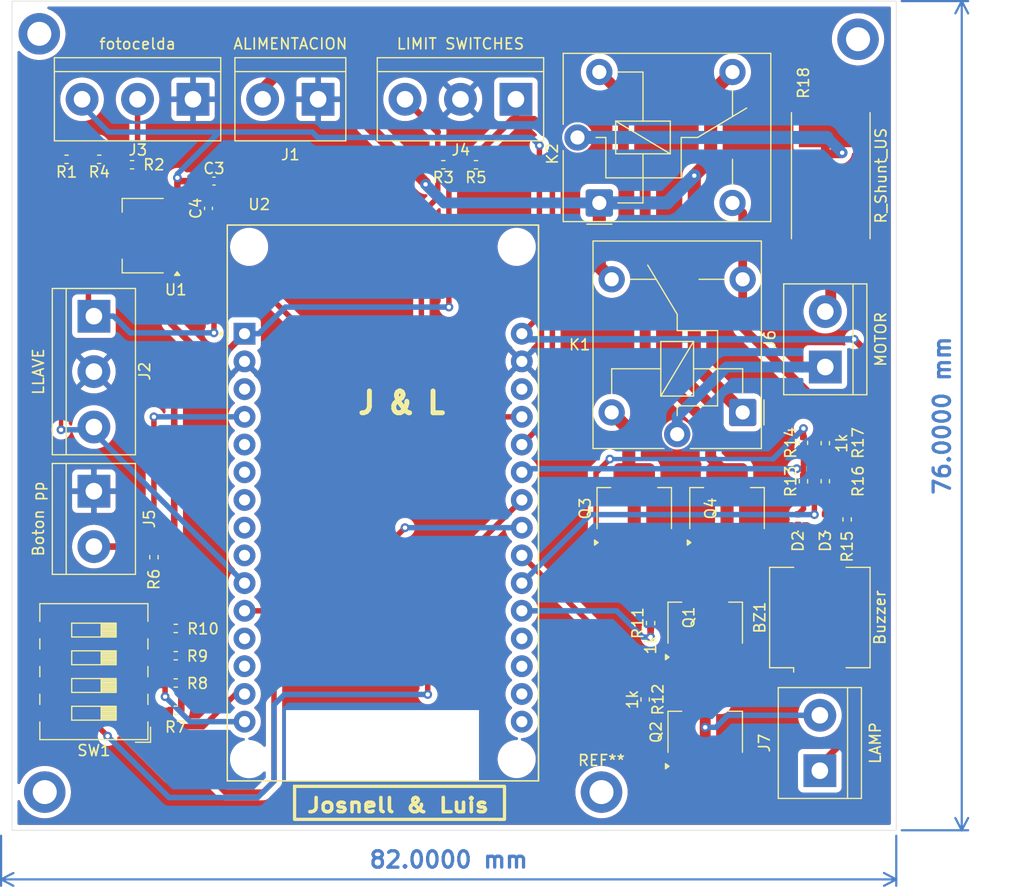
<source format=kicad_pcb>
(kicad_pcb (version 20240108) (generator "pcbnew") (generator_version "8.0")
  (layers (0 "F.Cu" signal) (31 "B.Cu" signal) (34 "B.Paste" user) (35 "F.Paste" user) (36 "B.SilkS" user "B.Silkscreen") (37 "F.SilkS" user "F.Silkscreen") (38 "B.Mask" user) (39 "F.Mask" user) (44 "Edge.Cuts" user))
  (net 0 "")
  (net 1 "+5V")
  (net 2 "Net-(BZ1--)")
  (net 3 "+12V")
  (net 4 "GND")
  (net 5 "Net-(D2-A)")
  (net 6 "Net-(D3-A)")
  (net 7 "llave B")
  (net 8 "llave A")
  (net 9 "Fotocelda")
  (net 10 "LSC")
  (net 11 "LSA")
  (net 12 "pv")
  (net 13 "MO1")
  (net 14 "Net-(J6-Pin_2)")
  (net 15 "Net-(J7-Pin_2)")
  (net 16 "Net-(Q3-C)")
  (net 17 "Net-(K1-Pad14)")
  (net 18 "MO2")
  (net 19 "Net-(Q4-C)")
  (net 20 "Net-(Q1-B)")
  (net 21 "Net-(Q2-B)")
  (net 22 "Net-(Q3-B)")
  (net 23 "Net-(Q4-B)")
  (net 24 "+3.3V")
  (net 25 "Net-(U2-D22)")
  (net 26 "Net-(U2-D23)")
  (net 27 "Net-(U2-D25)")
  (net 28 "Net-(U2-D26)")
  (net 29 "BUZZER")
  (net 30 "LAMP")
  (net 31 "MA")
  (net 32 "MC")
  (net 34 "FTC")
  (footprint "Package_TO_SOT_SMD:SOT-223-3_TabPin2" (layer "F.Cu") (at 158 118.5 90)
    (property "Reference" "Q2" (at 0 -4.5 -90) (layer "F.SilkS"))
    (property "Value" "PZT2222A" (hide yes))
    (pad "1" smd roundrect (at -3.15 -2.3 90) (size 2 1.5) (layers "F.Cu" "F.Paste" "F.Mask") (net 21 "Net-(Q2-B)"))
    (pad "2" smd roundrect (at -3.15 0 90) (size 2 1.5) (layers "F.Cu" "F.Paste" "F.Mask") (net 15 "Net-(J7-Pin_2)"))
    (pad "2" smd roundrect (at 3.15 0 90) (size 2 3.8) (layers "F.Cu" "F.Paste" "F.Mask") (net 15 "Net-(J7-Pin_2)"))
    (pad "3" smd roundrect (at -3.15 2.3 90) (size 2 1.5) (layers "F.Cu" "F.Paste" "F.Mask") (net 4 "GND"))
  )
  (footprint "Resistor_SMD:R_0402_1005Metric" (layer "F.Cu") (at 109.5 111.5 180)
    (property "Reference" "R9" (at -1.99 -0.04 180) (layer "F.SilkS"))
    (property "Value" "1k")
    (pad "1" smd roundrect (at -0.51 0 180) (size 0.54 0.64) (layers "F.Cu" "F.Paste" "F.Mask") (net 24 "+3.3V"))
    (pad "2" smd roundrect (at 0.51 0 180) (size 0.54 0.64) (layers "F.Cu" "F.Paste" "F.Mask") (net 27 "Net-(U2-D25)"))
  )
  (footprint "MountingHole:MountingHole_2.2mm_M2_DIN965_Pad" (layer "F.Cu") (at 97 54.5)
    (property "Reference" "REF**" (hide yes))
    (property "Value" "MountingHole_2.2mm_M2_DIN965_Pad" (hide yes))
    (pad "1" thru_hole circle (at 0 0) (size 3.8 3.8) (drill 2.2) (layers "*.Cu" "*.Mask"))
  )
  (footprint "TerminalBlock:TerminalBlock_bornier-3_P5.08mm" (layer "F.Cu") (at 140.66 60.5 180)
    (property "Reference" "J4" (at 5.05 -4.65 180) (layer "F.SilkS"))
    (property "Value" "LIMIT SWITCHES" (at 5.08 5.08 180) (layer "F.SilkS"))
    (pad "1" thru_hole rect (at 0 0 180) (size 3 3) (drill 1.52) (layers "*.Cu" "*.Mask") (net 10 "LSC"))
    (pad "2" thru_hole circle (at 5.08 0 180) (size 3 3) (drill 1.52) (layers "*.Cu" "*.Mask") (net 4 "GND"))
    (pad "3" thru_hole circle (at 10.16 0 180) (size 3 3) (drill 1.52) (layers "*.Cu" "*.Mask") (net 11 "LSA"))
  )
  (footprint "Capacitor_SMD:C_0402_1005Metric" (layer "F.Cu") (at 113 68)
    (property "Reference" "C3" (at 0 -1.16 0) (layer "F.SilkS"))
    (property "Value" "0.1uf")
    (pad "1" smd roundrect (at -0.48 0) (size 0.56 0.62) (layers "F.Cu" "F.Paste" "F.Mask") (net 1 "+5V"))
    (pad "2" smd roundrect (at 0.48 0) (size 0.56 0.62) (layers "F.Cu" "F.Paste" "F.Mask") (net 4 "GND"))
  )
  (footprint "TerminalBlock:TerminalBlock_bornier-2_P5.08mm" (layer "F.Cu") (at 102 96.42 -90)
    (property "Reference" "J5" (at 2.54 -5.08 90) (layer "F.SilkS"))
    (property "Value" "Boton pp" (at 2.54 5.08 90) (layer "F.SilkS"))
    (pad "1" thru_hole rect (at 0 0 270) (size 3 3) (drill 1.52) (layers "*.Cu" "*.Mask") (net 4 "GND"))
    (pad "2" thru_hole circle (at 5.08 0 270) (size 3 3) (drill 1.52) (layers "*.Cu" "*.Mask") (net 12 "pv"))
  )
  (footprint "Resistor_SMD:R_0402_1005Metric" (layer "F.Cu") (at 171 99.01 90)
    (property "Reference" "R15" (at -2.49 0 -90) (layer "F.SilkS"))
    (property "Value" "220")
    (pad "1" smd roundrect (at -0.51 0 90) (size 0.54 0.64) (layers "F.Cu" "F.Paste" "F.Mask") (net 4 "GND"))
    (pad "2" smd roundrect (at 0.51 0 90) (size 0.54 0.64) (layers "F.Cu" "F.Paste" "F.Mask") (net 17 "Net-(K1-Pad14)"))
  )
  (footprint "TerminalBlock:TerminalBlock_bornier-3_P5.08mm" (layer "F.Cu") (at 111.08 60.5 180)
    (property "Reference" "J3" (at 5.05 -4.65 180) (layer "F.SilkS"))
    (property "Value" "fotocelda" (at 5.08 5.08 180) (layer "F.SilkS"))
    (pad "1" thru_hole rect (at 0 0 180) (size 3 3) (drill 1.52) (layers "*.Cu" "*.Mask") (net 4 "GND"))
    (pad "2" thru_hole circle (at 5.08 0 180) (size 3 3) (drill 1.52) (layers "*.Cu" "*.Mask") (net 9 "Fotocelda"))
    (pad "3" thru_hole circle (at 10.16 0 180) (size 3 3) (drill 1.52) (layers "*.Cu" "*.Mask") (net 1 "+5V"))
  )
  (footprint "Resistor_SMD:R_0402_1005Metric" (layer "F.Cu") (at 109.5 109 180)
    (property "Reference" "R10" (at -2.5 -0.04 180) (layer "F.SilkS"))
    (property "Value" "1k")
    (pad "1" smd roundrect (at -0.51 0 180) (size 0.54 0.64) (layers "F.Cu" "F.Paste" "F.Mask") (net 24 "+3.3V"))
    (pad "2" smd roundrect (at 0.51 0 180) (size 0.54 0.64) (layers "F.Cu" "F.Paste" "F.Mask") (net 28 "Net-(U2-D26)"))
  )
  (footprint "TerminalBlock:TerminalBlock_bornier-2_P5.08mm" (layer "F.Cu") (at 122.54 60.5 180)
    (property "Reference" "J1" (at 2.54 -5.08 180) (layer "F.SilkS"))
    (property "Value" "ALIMENTACION" (at 2.54 5.08 180) (layer "F.SilkS"))
    (pad "1" thru_hole rect (at 0 0 180) (size 3 3) (drill 1.52) (layers "*.Cu" "*.Mask") (net 4 "GND"))
    (pad "2" thru_hole circle (at 5.08 0 180) (size 3 3) (drill 1.52) (layers "*.Cu" "*.Mask") (net 3 "+12V"))
  )
  (footprint "Resistor_SMD:R_0402_1005Metric" (layer "F.Cu") (at 134.01 66.5 180)
    (property "Reference" "R3" (at 0 -1.17 180) (layer "F.SilkS"))
    (property "Value" "1k")
    (pad "1" smd roundrect (at -0.51 0 180) (size 0.54 0.64) (layers "F.Cu" "F.Paste" "F.Mask") (net 24 "+3.3V"))
    (pad "2" smd roundrect (at 0.51 0 180) (size 0.54 0.64) (layers "F.Cu" "F.Paste" "F.Mask") (net 11 "LSA"))
  )
  (footprint "Resistor_SMD:R_0402_1005Metric" (layer "F.Cu") (at 109.5 116.5 180)
    (property "Reference" "R7" (at 0.01 -1.54 180) (layer "F.SilkS"))
    (property "Value" "1k")
    (pad "1" smd roundrect (at -0.51 0 180) (size 0.54 0.64) (layers "F.Cu" "F.Paste" "F.Mask") (net 24 "+3.3V"))
    (pad "2" smd roundrect (at 0.51 0 180) (size 0.54 0.64) (layers "F.Cu" "F.Paste" "F.Mask") (net 25 "Net-(U2-D22)"))
  )
  (footprint "Package_TO_SOT_SMD:SOT-223" (layer "F.Cu") (at 106.5 73 180)
    (property "Reference" "U1" (at -3 -4.96 180) (layer "F.SilkS"))
    (property "Value" "LM7805_TO220")
    (pad "1" smd roundrect (at -3.15 -2.3 180) (size 2 1.5) (layers "F.Cu" "F.Paste" "F.Mask") (net 3 "+12V"))
    (pad "2" smd roundrect (at -3.15 0 180) (size 2 1.5) (layers "F.Cu" "F.Paste" "F.Mask") (net 4 "GND"))
    (pad "3" smd roundrect (at -3.15 2.3 180) (size 2 1.5) (layers "F.Cu" "F.Paste" "F.Mask") (net 1 "+5V"))
    (pad "4" smd roundrect (at 3.15 0 180) (size 2 3.8) (layers "F.Cu" "F.Paste" "F.Mask"))
  )
  (footprint "Resistor_SMD:R_0402_1005Metric" (layer "F.Cu") (at 167 91.99 90)
    (property "Reference" "R14" (at 0 -1.17 -90) (layer "F.SilkS"))
    (property "Value" "1k")
    (pad "1" smd roundrect (at -0.51 0 90) (size 0.54 0.64) (layers "F.Cu" "F.Paste" "F.Mask") (net 31 "MA"))
    (pad "2" smd roundrect (at 0.51 0 90) (size 0.54 0.64) (layers "F.Cu" "F.Paste" "F.Mask") (net 22 "Net-(Q3-B)"))
  )
  (footprint "Resistor_SMD:R_0402_1005Metric" (layer "F.Cu") (at 169 95.51 90)
    (property "Reference" "R16" (at 0 3 -90) (layer "F.SilkS"))
    (property "Value" "220")
    (pad "1" smd roundrect (at -0.51 0 90) (size 0.54 0.64) (layers "F.Cu" "F.Paste" "F.Mask") (net 6 "Net-(D3-A)"))
    (pad "2" smd roundrect (at 0.51 0 90) (size 0.54 0.64) (layers "F.Cu" "F.Paste" "F.Mask") (net 32 "MC"))
  )
  (footprint "TerminalBlock:TerminalBlock_bornier-3_P5.08mm" (layer "F.Cu") (at 102 80.38 -90)
    (property "Reference" "J2" (at 5.05 -4.65 90) (layer "F.SilkS"))
    (property "Value" "LLAVE" (at 5.08 5.08 90) (layer "F.SilkS"))
    (pad "1" thru_hole rect (at 0 0 270) (size 3 3) (drill 1.52) (layers "*.Cu" "*.Mask") (net 7 "llave B"))
    (pad "2" thru_hole circle (at 5.08 0 270) (size 3 3) (drill 1.52) (layers "*.Cu" "*.Mask") (net 4 "GND"))
    (pad "3" thru_hole circle (at 10.16 0 270) (size 3 3) (drill 1.52) (layers "*.Cu" "*.Mask") (net 8 "llave A"))
  )
  (footprint "Buzzer_Beeper:Buzzer_CUI_CPT-9019S-SMT" (layer "F.Cu") (at 168.5 108 90)
    (property "Reference" "BZ1" (at 0 -5.5 -90) (layer "F.SilkS"))
    (property "Value" "Buzzer" (at 0 5.5 -90) (layer "F.SilkS"))
    (pad "1" smd rect (at -4 0 90) (size 2 4.2) (layers "F.Cu" "F.Paste" "F.Mask") (net 1 "+5V"))
    (pad "2" smd rect (at 4 0 90) (size 2 4.2) (layers "F.Cu" "F.Paste" "F.Mask") (net 2 "Net-(BZ1--)"))
  )
  (footprint "TerminalBlock:TerminalBlock_bornier-2_P5.08mm" (layer "F.Cu") (at 168.5 122.04 90)
    (property "Reference" "J7" (at 2.54 -5.08 -90) (layer "F.SilkS"))
    (property "Value" "LAMP" (at 2.54 5.08 -90) (layer "F.SilkS"))
    (pad "1" thru_hole rect (at 0 0 90) (size 3 3) (drill 1.52) (layers "*.Cu" "*.Mask") (net 1 "+5V"))
    (pad "2" thru_hole circle (at 5.08 0 90) (size 3 3) (drill 1.52) (layers "*.Cu" "*.Mask") (net 15 "Net-(J7-Pin_2)"))
  )
  (footprint "Resistor_SMD:R_0402_1005Metric" (layer "F.Cu") (at 152.5 115.51 -90)
    (property "Reference" "R12" (at 0 -1.17 90) (layer "F.SilkS"))
    (property "Value" "1k" (at 0 1.17 90) (layer "F.SilkS"))
    (pad "1" smd roundrect (at -0.51 0 270) (size 0.54 0.64) (layers "F.Cu" "F.Paste" "F.Mask") (net 30 "LAMP"))
    (pad "2" smd roundrect (at 0.51 0 270) (size 0.54 0.64) (layers "F.Cu" "F.Paste" "F.Mask") (net 21 "Net-(Q2-B)"))
  )
  (footprint "LED_SMD:LED_0402_1005Metric" (layer "F.Cu") (at 169 99.01 90)
    (property "Reference" "D3" (at -2 0 -90) (layer "F.SilkS"))
    (property "Value" "MC")
    (pad "1" smd roundrect (at -0.485 0 90) (size 0.59 0.64) (layers "F.Cu" "F.Paste" "F.Mask") (net 4 "GND"))
    (pad "2" smd roundrect (at 0.485 0 90) (size 0.59 0.64) (layers "F.Cu" "F.Paste" "F.Mask") (net 6 "Net-(D3-A)"))
  )
  (footprint "Resistor_SMD:R_0402_1005Metric" (layer "F.Cu") (at 169 92.02 90)
    (property "Reference" "R17" (at 0.02 3 -90) (layer "F.SilkS"))
    (property "Value" "1k" (at 0 1.5 -90) (layer "F.SilkS"))
    (pad "1" smd roundrect (at -0.51 0 90) (size 0.54 0.64) (layers "F.Cu" "F.Paste" "F.Mask") (net 32 "MC"))
    (pad "2" smd roundrect (at 0.51 0 90) (size 0.54 0.64) (layers "F.Cu" "F.Paste" "F.Mask") (net 23 "Net-(Q4-B)"))
  )
  (footprint "Resistor_SMD:R_0402_1005Metric" (layer "F.Cu") (at 99.5 66 180)
    (property "Reference" "R1" (at 0 -1.17 180) (layer "F.SilkS"))
    (property "Value" "1k")
    (pad "1" smd roundrect (at -0.51 0 180) (size 0.54 0.64) (layers "F.Cu" "F.Paste" "F.Mask") (net 24 "+3.3V"))
    (pad "2" smd roundrect (at 0.51 0 180) (size 0.54 0.64) (layers "F.Cu" "F.Paste" "F.Mask") (net 8 "llave A"))
  )
  (footprint "TerminalBlock:TerminalBlock_bornier-2_P5.08mm" (layer "F.Cu") (at 169 85.04 90)
    (property "Reference" "J6" (at 2.54 -5.08 -90) (layer "F.SilkS"))
    (property "Value" "MOTOR" (at 2.54 5.08 -90) (layer "F.SilkS"))
    (pad "1" thru_hole rect (at 0 0 90) (size 3 3) (drill 1.52) (layers "*.Cu" "*.Mask") (net 13 "MO1"))
    (pad "2" thru_hole circle (at 5.08 0 90) (size 3 3) (drill 1.52) (layers "*.Cu" "*.Mask") (net 14 "Net-(J6-Pin_2)"))
  )
  (footprint "MountingHole:MountingHole_2.2mm_M2_DIN965_Pad" (layer "F.Cu") (at 148.5 124)
    (property "Reference" "REF**" (at 0 -2.9 0) (layer "F.SilkS"))
    (property "Value" "MountingHole_2.2mm_M2_DIN965_Pad" (hide yes))
    (pad "1" thru_hole circle (at 0 0) (size 3.8 3.8) (drill 2.2) (layers "*.Cu" "*.Mask"))
  )
  (footprint "Capacitor_SMD:C_0402_1005Metric" (layer "F.Cu") (at 112.5 70.5 90)
    (property "Reference" "C4" (at 0 -1.16 -90) (layer "F.SilkS"))
    (property "Value" "0.33uf")
    (pad "1" smd roundrect (at -0.48 0 90) (size 0.56 0.62) (layers "F.Cu" "F.Paste" "F.Mask") (net 3 "+12V"))
    (pad "2" smd roundrect (at 0.48 0 90) (size 0.56 0.62) (layers "F.Cu" "F.Paste" "F.Mask") (net 4 "GND"))
  )
  (footprint "Resistor_SMD:R_0402_1005Metric" (layer "F.Cu") (at 107.5 102.47 90)
    (property "Reference" "R6" (at -2.03 0 -90) (layer "F.SilkS"))
    (property "Value" "1k")
    (pad "1" smd roundrect (at -0.51 0 90) (size 0.54 0.64) (layers "F.Cu" "F.Paste" "F.Mask") (net 24 "+3.3V"))
    (pad "2" smd roundrect (at 0.51 0 90) (size 0.54 0.64) (layers "F.Cu" "F.Paste" "F.Mask") (net 12 "pv"))
  )
  (footprint "Resistor_SMD:R_0402_1005Metric" (layer "F.Cu") (at 137 66.5 180)
    (property "Reference" "R5" (at 0 -1.17 180) (layer "F.SilkS"))
    (property "Value" "1k")
    (pad "1" smd roundrect (at -0.51 0 180) (size 0.54 0.64) (layers "F.Cu" "F.Paste" "F.Mask") (net 24 "+3.3V"))
    (pad "2" smd roundrect (at 0.51 0 180) (size 0.54 0.64) (layers "F.Cu" "F.Paste" "F.Mask") (net 10 "LSC"))
  )
  (footprint "Resistor_SMD:R_0402_1005Metric" (layer "F.Cu") (at 167 95.51 90)
    (property "Reference" "R13" (at 0 -1.17 -90) (layer "F.SilkS"))
    (property "Value" "220")
    (pad "1" smd roundrect (at -0.51 0 90) (size 0.54 0.64) (layers "F.Cu" "F.Paste" "F.Mask") (net 5 "Net-(D2-A)"))
    (pad "2" smd roundrect (at 0.51 0 90) (size 0.54 0.64) (layers "F.Cu" "F.Paste" "F.Mask") (net 31 "MA"))
  )
  (footprint "Resistor_SMD:R_0402_1005Metric" (layer "F.Cu") (at 105.5 66.5)
    (property "Reference" "R2" (at 2 0 0) (layer "F.SilkS"))
    (property "Value" "1k")
    (pad "1" smd roundrect (at -0.51 0) (size 0.54 0.64) (layers "F.Cu" "F.Paste" "F.Mask") (net 24 "+3.3V"))
    (pad "2" smd roundrect (at 0.51 0) (size 0.54 0.64) (layers "F.Cu" "F.Paste" "F.Mask") (net 9 "Fotocelda"))
  )
  (footprint "Resistor_SMD:R_0402_1005Metric" (layer "F.Cu") (at 102.49 66 180)
    (property "Reference" "R4" (at 0 -1.17 180) (layer "F.SilkS"))
    (property "Value" "1k")
    (pad "1" smd roundrect (at -0.51 0 180) (size 0.54 0.64) (layers "F.Cu" "F.Paste" "F.Mask") (net 24 "+3.3V"))
    (pad "2" smd roundrect (at 0.51 0 180) (size 0.54 0.64) (layers "F.Cu" "F.Paste" "F.Mask") (net 7 "llave B"))
  )
  (footprint "MountingHole:MountingHole_2.2mm_M2_DIN965_Pad" (layer "F.Cu") (at 97.5 124)
    (property "Reference" "REF**" (hide yes))
    (property "Value" "MountingHole_2.2mm_M2_DIN965_Pad" (hide yes))
    (pad "1" thru_hole circle (at 0 0) (size 3.8 3.8) (drill 2.2) (layers "*.Cu" "*.Mask"))
  )
  (footprint "Resistor_SMD:R_Shunt_Vishay_WSR2_WSR3" (layer "F.Cu") (at 169.5 67.5 90)
    (property "Reference" "R18" (at 8.5 -2.5 -90) (layer "F.SilkS"))
    (property "Value" "R_Shunt_US" (at 0 4.6 -90) (layer "F.SilkS"))
    (pad "1" smd rect (at -4.575 0 90) (size 3.94 5.84) (layers "F.Cu" "F.Paste" "F.Mask") (net 14 "Net-(J6-Pin_2)"))
    (pad "2" smd rect (at 4.575 0 90) (size 3.94 5.84) (layers "F.Cu" "F.Paste" "F.Mask") (net 18 "MO2"))
  )
  (footprint "ESP32-DEVKIT-V1:MODULE_ESP32_DEVKIT_V1" (layer "F.Cu") (at 128.5 97.5)
    (property "Reference" "U2" (at -11.355 -27.36 0) (layer "F.SilkS"))
    (property "Value" "ESP32-DEVKIT-V1")
    (pad "" np_thru_hole circle (at -12.28 -23.475) (size 3 3) (drill 3) (layers "*.Cu" "*.Mask"))
    (pad "" np_thru_hole circle (at -12.28 23.475) (size 3 3) (drill 3) (layers "*.Cu" "*.Mask"))
    (pad "" np_thru_hole circle (at 12.23 -23.475) (size 3 3) (drill 3) (layers "*.Cu" "*.Mask"))
    (pad "" np_thru_hole circle (at 12.23 23.475) (size 3 3) (drill 3) (layers "*.Cu" "*.Mask"))
    (pad "1" thru_hole rect (at -12.7 -15.515) (size 2 2) (drill 1.02) (layers "*.Cu" "*.Mask") (net 24 "+3.3V"))
    (pad "2" thru_hole circle (at -12.7 -12.975) (size 2 2) (drill 1.02) (layers "*.Cu" "*.Mask") (net 4 "GND"))
    (pad "3" thru_hole circle (at -12.7 -10.435) (size 2 2) (drill 1.02) (layers "*.Cu" "*.Mask"))
    (pad "4" thru_hole circle (at -12.7 -7.895) (size 2 2) (drill 1.02) (layers "*.Cu" "*.Mask") (net 12 "pv"))
    (pad "5" thru_hole circle (at -12.7 -5.355) (size 2 2) (drill 1.02) (layers "*.Cu" "*.Mask"))
    (pad "6" thru_hole circle (at -12.7 -2.815) (size 2 2) (drill 1.02) (layers "*.Cu" "*.Mask"))
    (pad "7" thru_hole circle (at -12.7 -0.275) (size 2 2) (drill 1.02) (layers "*.Cu" "*.Mask"))
    (pad "8" thru_hole circle (at -12.7 2.265) (size 2 2) (drill 1.02) (layers "*.Cu" "*.Mask"))
    (pad "9" thru_hole circle (at -12.7 4.805) (size 2 2) (drill 1.02) (layers "*.Cu" "*.Mask") (net 34 "FTC"))
    (pad "10" thru_hole circle (at -12.7 7.345) (size 2 2) (drill 1.02) (layers "*.Cu" "*.Mask") (net 8 "llave A"))
    (pad "11" thru_hole circle (at -12.7 9.885) (size 2 2) (drill 1.02) (layers "*.Cu" "*.Mask") (net 7 "llave B"))
    (pad "12" thru_hole circle (at -12.7 12.425) (size 2 2) (drill 1.02) (layers "*.Cu" "*.Mask"))
    (pad "13" thru_hole circle (at -12.7 14.965) (size 2 2) (drill 1.02) (layers "*.Cu" "*.Mask"))
    (pad "14" thru_hole circle (at -12.7 17.505) (size 2 2) (drill 1.02) (layers "*.Cu" "*.Mask") (net 25 "Net-(U2-D22)"))
    (pad "15" thru_hole circle (at -12.7 20.045) (size 2 2) (drill 1.02) (layers "*.Cu" "*.Mask") (net 26 "Net-(U2-D23)"))
    (pad "16" thru_hole circle (at 12.7 20.045) (size 2 2) (drill 1.02) (layers "*.Cu" "*.Mask"))
    (pad "17" thru_hole circle (at 12.7 17.505) (size 2 2) (drill 1.02) (layers "*.Cu" "*.Mask"))
    (pad "18" thru_hole circle (at 12.7 14.965) (size 2 2) (drill 1.02) (layers "*.Cu" "*.Mask"))
    (pad "19" thru_hole circle (at 12.7 12.425) (size 2 2) (drill 1.02) (layers "*.Cu" "*.Mask"))
    (pad "20" thru_hole circle (at 12.7 9.885) (size 2 2) (drill 1.02) (layers "*.Cu" "*.Mask") (net 29 "BUZZER"))
    (pad "21" thru_hole circle (at 12.7 7.345) (size 2 2) (drill 1.02) (layers "*.Cu" "*.Mask") (net 32 "MC"))
    (pad "22" thru_hole circle (at 12.7 4.805) (size 2 2) (drill 1.02) (layers "*.Cu" "*.Mask") (net 30 "LAMP"))
    (pad "23" thru_hole circle (at 12.7 2.265) (size 2 2) (drill 1.02) (layers "*.Cu" "*.Mask") (net 27 "Net-(U2-D25)"))
    (pad "24" thru_hole circle (at 12.7 -0.275) (size 2 2) (drill 1.02) (layers "*.Cu" "*.Mask") (net 28 "Net-(U2-D26)"))
    (pad "25" thru_hole circle (at 12.7 -2.815) (size 2 2) (drill 1.02) (layers "*.Cu" "*.Mask") (net 31 "MA"))
    (pad "26" thru_hole circle (at 12.7 -5.355) (size 2 2) (drill 1.02) (layers "*.Cu" "*.Mask") (net 10 "LSC"))
    (pad "27" thru_hole circle (at 12.7 -7.895) (size 2 2) (drill 1.02) (layers "*.Cu" "*.Mask") (net 11 "LSA"))
    (pad "28" thru_hole circle (at 12.7 -10.435) (size 2 2) (drill 1.02) (layers "*.Cu" "*.Mask"))
    (pad "29" thru_hole circle (at 12.7 -12.975) (size 2 2) (drill 1.02) (layers "*.Cu" "*.Mask") (net 4 "GND"))
    (pad "30" thru_hole circle (at 12.7 -15.515) (size 2 2) (drill 1.02) (layers "*.Cu" "*.Mask") (net 1 "+5V"))
    (zone (net 0) (net_name "") (layer "F.Cu") (connect_pads (clearance 0)) (min_thickness 0.01)
      (keepout (tracks not_allowed) (vias not_allowed) (pads not_allowed) (copperpour not_allowed) (footprints allowed))
      (fill (thermal_gap 0.508) (thermal_bridge_width 0.508))
      (polygon (pts (xy 119.59 116.485) (xy 137.28 116.485) (xy 137.28 122.975) (xy 119.59 122.975)))
    )
    (zone (net 0) (net_name "") (layer "B.Cu") (connect_pads (clearance 0)) (min_thickness 0.01)
      (keepout (tracks not_allowed) (vias not_allowed) (pads not_allowed) (copperpour not_allowed) (footprints allowed))
      (fill (thermal_gap 0.508) (thermal_bridge_width 0.508))
      (polygon (pts (xy 119.59 116.485) (xy 137.28 116.485) (xy 137.28 122.975) (xy 119.59 122.975)))
    )
  )
  (footprint "Package_TO_SOT_SMD:SOT-223-3_TabPin2" (layer "F.Cu") (at 160 98 90)
    (property "Reference" "Q4" (at 0 -1.5 -90) (layer "F.SilkS"))
    (property "Value" "PZT2222A" (hide yes))
    (pad "1" smd roundrect (at -3.15 -2.3 90) (size 2 1.5) (layers "F.Cu" "F.Paste" "F.Mask") (net 23 "Net-(Q4-B)"))
    (pad "2" smd roundrect (at -3.15 0 90) (size 2 1.5) (layers "F.Cu" "F.Paste" "F.Mask") (net 19 "Net-(Q4-C)"))
    (pad "2" smd roundrect (at 3.15 0 90) (size 2 3.8) (layers "F.Cu" "F.Paste" "F.Mask") (net 19 "Net-(Q4-C)"))
    (pad "3" smd roundrect (at -3.15 2.3 90) (size 2 1.5) (layers "F.Cu" "F.Paste" "F.Mask") (net 4 "GND"))
  )
  (footprint "Resistor_SMD:R_0402_1005Metric" (layer "F.Cu") (at 109.5 114 180)
    (property "Reference" "R8" (at -1.99 -0.04 180) (layer "F.SilkS"))
    (property "Value" "1k")
    (pad "1" smd roundrect (at -0.51 0 180) (size 0.54 0.64) (layers "F.Cu" "F.Paste" "F.Mask") (net 24 "+3.3V"))
    (pad "2" smd roundrect (at 0.51 0 180) (size 0.54 0.64) (layers "F.Cu" "F.Paste" "F.Mask") (net 26 "Net-(U2-D23)"))
  )
  (footprint "Relay_THT:Relay_SPDT_Finder_36.11" (layer "F.Cu") (at 148.3 70 90)
    (property "Reference" "K2" (at 4.5 -4.3 -90) (layer "F.SilkS"))
    (property "Value" "FINDER-36.11")
    (pad "11" thru_hole circle (at 6 -2 90) (size 2.4 2.4) (drill 1.3) (layers "*.Cu" "*.Mask") (net 18 "MO2") (clearance 0.2))
    (pad "12" thru_hole circle (at 12 12.2 90) (size 2.4 2.4) (drill 1.3) (layers "*.Cu" "*.Mask") (net 3 "+12V"))
    (pad "14" thru_hole circle (at 0 12.2 90) (size 2.4 2.4) (drill 1.3) (layers "*.Cu" "*.Mask") (net 17 "Net-(K1-Pad14)"))
    (pad "A1" thru_hole roundrect (at 0 0 90) (size 2.5 2.5) (drill 1.3) (layers "*.Cu" "*.Mask") (roundrect_rratio 0.1) (net 3 "+12V"))
    (pad "A2" thru_hole circle (at 12 0 90) (size 2.4 2.4) (drill 1.3) (layers "*.Cu" "*.Mask") (net 19 "Net-(Q4-C)"))
  )
  (footprint "LED_SMD:LED_0402_1005Metric" (layer "F.Cu") (at 166.5 99.025 90)
    (property "Reference" "D2" (at -1.985 0 -90) (layer "F.SilkS"))
    (property "Value" "MA")
    (pad "1" smd roundrect (at -0.485 0 90) (size 0.59 0.64) (layers "F.Cu" "F.Paste" "F.Mask") (net 4 "GND"))
    (pad "2" smd roundrect (at 0.485 0 90) (size 0.59 0.64) (layers "F.Cu" "F.Paste" "F.Mask") (net 5 "Net-(D2-A)"))
  )
  (footprint "Relay_THT:Relay_SPDT_Finder_36.11" (layer "F.Cu") (at 161.4325 89.2 180)
    (property "Reference" "K1" (at 14.9325 6.2 180) (layer "F.SilkS"))
    (property "Value" "FINDER-36.11")
    (pad "11" thru_hole circle (at 6 -2 180) (size 2.4 2.4) (drill 1.3) (layers "*.Cu" "*.Mask") (net 13 "MO1") (clearance 0.2))
    (pad "12" thru_hole circle (at 12 12.2 180) (size 2.4 2.4) (drill 1.3) (layers "*.Cu" "*.Mask") (net 3 "+12V"))
    (pad "14" thru_hole circle (at 0 12.2 180) (size 2.4 2.4) (drill 1.3) (layers "*.Cu" "*.Mask") (net 17 "Net-(K1-Pad14)"))
    (pad "A1" thru_hole roundrect (at 0 0 180) (size 2.5 2.5) (drill 1.3) (layers "*.Cu" "*.Mask") (roundrect_rratio 0.1) (net 3 "+12V"))
    (pad "A2" thru_hole circle (at 12 0 180) (size 2.4 2.4) (drill 1.3) (layers "*.Cu" "*.Mask") (net 16 "Net-(Q3-C)"))
  )
  (footprint "Package_TO_SOT_SMD:SOT-223-3_TabPin2" (layer "F.Cu") (at 151.5 98 90)
    (property "Reference" "Q3" (at 0 -4.5 -90) (layer "F.SilkS"))
    (property "Value" "PZT2222A" (hide yes))
    (pad "1" smd roundrect (at -3.15 -2.3 90) (size 2 1.5) (layers "F.Cu" "F.Paste" "F.Mask") (net 22 "Net-(Q3-B)"))
    (pad "2" smd roundrect (at -3.15 0 90) (size 2 1.5) (layers "F.Cu" "F.Paste" "F.Mask") (net 16 "Net-(Q3-C)"))
    (pad "2" smd roundrect (at 3.15 0 90) (size 2 3.8) (layers "F.Cu" "F.Paste" "F.Mask") (net 16 "Net-(Q3-C)"))
    (pad "3" smd roundrect (at -3.15 2.3 90) (size 2 1.5) (layers "F.Cu" "F.Paste" "F.Mask") (net 4 "GND"))
  )
  (footprint "MountingHole:MountingHole_2.2mm_M2_DIN965_Pad" (layer "F.Cu") (at 172 55)
    (property "Reference" "REF**" (hide yes))
    (property "Value" "MountingHole_2.2mm_M2_DIN965_Pad")
    (pad "1" thru_hole circle (at 0 0) (size 3.8 3.8) (drill 2.2) (layers "*.Cu" "*.Mask"))
  )
  (footprint "Package_TO_SOT_SMD:SOT-223-3_TabPin2" (layer "F.Cu") (at 158 108.5 90)
    (property "Reference" "Q1" (at 0.5 -1.5 -90) (layer "F.SilkS"))
    (property "Value" "PZT2222A" (hide yes))
    (pad "1" smd roundrect (at -3.15 -2.3 90) (size 2 1.5) (layers "F.Cu" "F.Paste" "F.Mask") (net 20 "Net-(Q1-B)"))
    (pad "2" smd roundrect (at -3.15 0 90) (size 2 1.5) (layers "F.Cu" "F.Paste" "F.Mask") (net 2 "Net-(BZ1--)"))
    (pad "2" smd roundrect (at 3.15 0 90) (size 2 3.8) (layers "F.Cu" "F.Paste" "F.Mask") (net 2 "Net-(BZ1--)"))
    (pad "3" smd roundrect (at -3.15 2.3 90) (size 2 1.5) (layers "F.Cu" "F.Paste" "F.Mask") (net 4 "GND"))
  )
  (footprint "Resistor_SMD:R_0402_1005Metric" (layer "F.Cu") (at 153 108.51 90)
    (property "Reference" "R11" (at 0 -1.17 -90) (layer "F.SilkS"))
    (property "Value" "1k" (at -1.99 0 -90) (layer "F.SilkS"))
    (pad "1" smd roundrect (at -0.51 0 90) (size 0.54 0.64) (layers "F.Cu" "F.Paste" "F.Mask") (net 29 "BUZZER"))
    (pad "2" smd roundrect (at 0.51 0 90) (size 0.54 0.64) (layers "F.Cu" "F.Paste" "F.Mask") (net 20 "Net-(Q1-B)"))
  )
  (footprint "Button_Switch_SMD:SW_DIP_SPSTx04_Slide_9.78x12.34mm_W8.61mm_P2.54mm" (layer "F.Cu") (at 102 112.96 180)
    (property "Reference" "SW1" (at 0 -7.23 180) (layer "F.SilkS"))
    (property "Value" "SW_DIP_x04")
    (pad "1" smd rect (at -4.305 -3.81 180) (size 2.44 1.12) (layers "F.Cu" "F.Paste" "F.Mask") (net 25 "Net-(U2-D22)"))
    (pad "2" smd rect (at -4.305 -1.27 180) (size 2.44 1.12) (layers "F.Cu" "F.Paste" "F.Mask") (net 26 "Net-(U2-D23)"))
    (pad "3" smd rect (at -4.305 1.27 180) (size 2.44 1.12) (layers "F.Cu" "F.Paste" "F.Mask") (net 27 "Net-(U2-D25)"))
    (pad "4" smd rect (at -4.305 3.81 180) (size 2.44 1.12) (layers "F.Cu" "F.Paste" "F.Mask") (net 28 "Net-(U2-D26)"))
    (pad "5" smd rect (at 4.305 3.81 180) (size 2.44 1.12) (layers "F.Cu" "F.Paste" "F.Mask") (net 4 "GND"))
    (pad "6" smd rect (at 4.305 1.27 180) (size 2.44 1.12) (layers "F.Cu" "F.Paste" "F.Mask") (net 4 "GND"))
    (pad "7" smd rect (at 4.305 -1.27 180) (size 2.44 1.12) (layers "F.Cu" "F.Paste" "F.Mask") (net 4 "GND"))
    (pad "8" smd rect (at 4.305 -3.81 180) (size 2.44 1.12) (layers "F.Cu" "F.Paste" "F.Mask") (net 4 "GND"))
  )
  (gr_rect (start 94.5 51.5) (end 175.5 127.5) (stroke (width 0.05)) (fill none) (layer "Edge.Cuts"))
  (gr_text "J & L" (at 150.5 55.5 0) (layer "F.Cu") (effects (font (size 2 1.8) (thickness 0.45) (bold yes)) (justify left bottom)))
  (gr_text "J & L" (at 126 89.5 0) (layer "F.SilkS") (effects (font (size 2 1.8) (thickness 0.45) (bold yes)) (justify left bottom)))
  (gr_text_box "Josnell & Luis" (start 120.385 123.475) (end 139.615 126.5) (layer "F.SilkS") (effects (font (size 1.3 1.5) (thickness 0.325) (bold yes)) (justify left top)) (border yes) (stroke (width 0.3)))
  (dimension (type aligned) (layer "B.Cu") (pts (xy 175.5 127.5) (xy 93.5 127.5)) (height -4.5) (gr_text "82.0000 mm" (at 134.5 130.2 0) (layer "B.Cu") (effects (font (size 1.5 1.5) (thickness 0.3)))) (format (prefix "") (suffix "") (units 3) (units_format 1) (precision 4)) (style (thickness 0.2) (arrow_length 1.27) (text_position_mode 0) (extension_height 0.58642) (extension_offset 0.5) keep_text_aligned))
  (dimension (type aligned) (layer "B.Cu") (pts (xy 175.5 51.5) (xy 175.5 127.5)) (height -6) (gr_text "76.0000 mm" (at 179.7 89.5 90) (layer "B.Cu") (effects (font (size 1.5 1.5) (thickness 0.3)))) (format (prefix "") (suffix "") (units 3) (units_format 1) (precision 4)) (style (thickness 0.2) (arrow_length 1.27) (text_position_mode 0) (extension_height 0.58642) (extension_offset 0.5) keep_text_aligned))
  (segment (start 112.52 68) (end 109.9556 68) (width 0.6) (layer "F.Cu") (net 1))
  (segment (start 109.9556 68) (end 109.65 67.6944) (width 0.2) (layer "F.Cu") (net 1))
  (segment (start 171.5 118.5) (end 171.5 116) (width 0.6) (layer "F.Cu") (net 1))
  (segment (start 172.5 83.3522) (end 171.6478 82.5) (width 0.6) (layer "F.Cu") (net 1))
  (segment (start 172.5 108) (end 172.5 83.3522) (width 0.6) (layer "F.Cu") (net 1))
  (segment (start 141.5925 81.5925) (end 142.811 80.374) (width 0.5) (layer "F.Cu") (net 1))
  (segment (start 168.5 113) (end 168.5 112) (width 0.6) (layer "F.Cu") (net 1))
  (segment (start 109.65 70.7) (end 109.65 67.6944) (width 0.6) (layer "F.Cu") (net 1))
  (segment (start 168.5 112) (end 172.5 108) (width 0.6) (layer "F.Cu") (net 1))
  (segment (start 171.5 116) (end 168.5 113) (width 0.6) (layer "F.Cu") (net 1))
  (segment (start 141.2 81.985) (end 141.5925 81.5925) (width 0.2) (layer "F.Cu") (net 1))
  (segment (start 168.5 122.04) (end 168.5 121.5) (width 0.5) (layer "F.Cu") (net 1))
  (segment (start 168.5 121.5) (end 171.5 118.5) (width 0.6) (layer "F.Cu") (net 1))
  (segment (start 142.811 80.374) (end 142.811 64.7315) (width 0.5) (layer "F.Cu") (net 1))
  (via (at 142.811 64.7315) (size 0.8) (drill 0.4) (layers "F.Cu" "B.Cu") (net 1))
  (via (at 171.6478 82.5) (size 0.8) (drill 0.4) (layers "F.Cu" "B.Cu") (net 1))
  (via (at 109.65 67.6944) (size 0.8) (drill 0.4) (layers "F.Cu" "B.Cu") (net 1))
  (segment (start 113.5 63.5) (end 103.34 63.5) (width 0.5) (layer "B.Cu") (net 1))
  (segment (start 109.65 67.35) (end 113.5 63.5) (width 0.5) (layer "B.Cu") (net 1))
  (segment (start 142.0795 64) (end 142.811 64.7315) (width 0.5) (layer "B.Cu") (net 1))
  (segment (start 122 63.5) (end 113.5 63.5) (width 0.5) (layer "B.Cu") (net 1))
  (segment (start 100.92 61.08) (end 100.92 60.5) (width 0.5) (layer "B.Cu") (net 1))
  (segment (start 122.5 64) (end 142.0795 64) (width 0.5) (layer "B.Cu") (net 1))
  (segment (start 122 63.5) (end 122.5 64) (width 0.5) (layer "B.Cu") (net 1))
  (segment (start 103.34 63.5) (end 100.92 61.08) (width 0.5) (layer "B.Cu") (net 1))
  (segment (start 141.715 82.5) (end 171.6478 82.5) (width 0.6) (layer "B.Cu") (net 1))
  (segment (start 141.2 81.985) (end 141.715 82.5) (width 0.2) (layer "B.Cu") (net 1))
  (segment (start 109.65 67.6944) (end 109.65 67.35) (width 0.5) (layer "B.Cu") (net 1))
  (segment (start 158 111.65) (end 158 105.35) (width 1.2) (layer "F.Cu") (net 2))
  (segment (start 158.35 105) (end 165.0983 105) (width 0.8) (layer "F.Cu") (net 2))
  (segment (start 166.0983 104) (end 168.5 104) (width 0.8) (layer "F.Cu") (net 2))
  (segment (start 158 105.35) (end 158.35 105) (width 0.2) (layer "F.Cu") (net 2))
  (segment (start 165.0983 105) (end 166.0983 104) (width 0.8) (layer "F.Cu") (net 2))
  (segment (start 161.4325 89.2) (end 157 84.7675) (width 1.2) (layer "F.Cu") (net 3))
  (segment (start 132.3799 68.297) (end 132.3799 68.1674) (width 0.2) (layer "F.Cu") (net 3))
  (segment (start 158.5 66) (end 158.5 60) (width 1.2) (layer "F.Cu") (net 3))
  (segment (start 158.5 60) (end 160.5 58) (width 1.2) (layer "F.Cu") (net 3))
  (segment (start 112.5 70.98) (end 112.5 74.5) (width 0.6) (layer "F.Cu") (net 3))
  (segment (start 112.5 74.5) (end 111.7 75.3) (width 0.6) (layer "F.Cu") (net 3))
  (segment (start 149.4325 77) (end 148.3 75.8675) (width 1.2) (layer "F.Cu") (net 3))
  (segment (start 111.7 75.3) (end 109.65 75.3) (width 0.6) (layer "F.Cu") (net 3))
  (segment (start 148.3 75.8675) (end 148.3 70) (width 1.2) (layer "F.Cu") (net 3))
  (segment (start 157 84.7675) (end 157 67.5) (width 1.2) (layer "F.Cu") (net 3))
  (segment (start 127 59) (end 127 62.7875) (width 1) (layer "F.Cu") (net 3))
  (segment (start 127 62.7875) (end 130.7125 66.5) (width 1) (layer "F.Cu") (net 3))
  (segment (start 109.65 75.3) (end 111.35 77) (width 0.5) (layer "F.Cu") (net 3))
  (segment (start 117.46 60.5) (end 117.46 59.54) (width 0.8) (layer "F.Cu") (net 3))
  (segment (start 119 77) (end 130.36875 65.63125) (width 0.5) (layer "F.Cu") (net 3))
  (segment (start 157 67.5) (end 158.5 66) (width 1.2) (layer "F.Cu") (net 3))
  (segment (start 117.46 59.54) (end 120.5 56.5) (width 1) (layer "F.Cu") (net 3))
  (segment (start 132.3799 68.1674) (end 130.7125 66.5) (width 1) (layer "F.Cu") (net 3))
  (segment (start 120.5 56.5) (end 124.5 56.5) (width 1) (layer "F.Cu") (net 3))
  (segment (start 111.35 77) (end 119 77) (width 0.5) (layer "F.Cu") (net 3))
  (segment (start 124.5 56.5) (end 127 59) (width 1) (layer "F.Cu") (net 3))
  (via (at 132.3799 68.297) (size 0.8) (drill 0.4) (layers "F.Cu" "B.Cu") (net 3))
  (via (at 157 67.5) (size 0.8) (drill 0.4) (layers "F.Cu" "B.Cu") (net 3))
  (segment (start 134.0829 70) (end 132.3799 68.297) (width 1) (layer "B.Cu") (net 3))
  (segment (start 154.5 70) (end 148.3 70) (width 1.2) (layer "B.Cu") (net 3))
  (segment (start 157 67.5) (end 154.5 70) (width 1.2) (layer "B.Cu") (net 3))
  (segment (start 148.3 70) (end 134.0829 70) (width 1) (layer "B.Cu") (net 3))
  (segment (start 170.9825 99.5025) (end 171 99.52) (width 0.2) (layer "F.Cu") (net 4))
  (segment (start 169 99.5025) (end 169 99.495) (width 0.2) (layer "F.Cu") (net 4))
  (segment (start 101.5 97.3208) (end 101.5 96.42) (width 0.2) (layer "F.Cu") (net 4))
  (segment (start 168.9925 99.51) (end 169 99.5025) (width 0.2) (layer "F.Cu") (net 4))
  (segment (start 97.695 111.69) (end 96.9342 111.69) (width 0.2) (layer "F.Cu") (net 4))
  (segment (start 97.695 114.23) (end 96.9342 114.23) (width 0.2) (layer "F.Cu") (net 4))
  (segment (start 153.9156 101.0344) (end 153.9308 101.0192) (width 0.2) (layer "F.Cu") (net 4))
  (segment (start 153.8 101.15) (end 153.9156 101.0344) (width 0.2) (layer "F.Cu") (net 4))
  (segment (start 162.3 101.505) (end 162.3 101.15) (width 0.2) (layer "F.Cu") (net 4))
  (segment (start 123.4409 60.5) (end 122.54 60.5) (width 0.2) (layer "B.Cu") (net 4))
  (segment (start 166.5 98.54) (end 167 98.04) (width 0.5) (layer "F.Cu") (net 5))
  (segment (start 167 98.04) (end 167 96.02) (width 0.5) (layer "F.Cu") (net 5))
  (segment (start 169 98.525) (end 169 96.02) (width 0.5) (layer "F.Cu") (net 6))
  (segment (start 102 80.38) (end 101.5 79.88) (width 0.5) (layer "F.Cu") (net 7))
  (segment (start 121.5 105.5) (end 119.615 107.385) (width 0.5) (layer "F.Cu") (net 7))
  (segment (start 118.5 79) (end 121.5 82) (width 0.5) (layer "F.Cu") (net 7))
  (segment (start 115 79) (end 118.5 79) (width 0.5) (layer "F.Cu") (net 7))
  (segment (start 113 81.907) (end 113 81) (width 0.5) (layer "F.Cu") (net 7))
  (segment (start 121.5 82) (end 121.5 105.5) (width 0.5) (layer "F.Cu") (net 7))
  (segment (start 119.615 107.385) (end 115.8 107.385) (width 0.5) (layer "F.Cu") (net 7))
  (segment (start 101.5 79.88) (end 101.5 66.48) (width 0.5) (layer "F.Cu") (net 7))
  (segment (start 113 81) (end 115 79) (width 0.5) (layer "F.Cu") (net 7))
  (segment (start 101.5 66.48) (end 101.98 66) (width 0.5) (layer "F.Cu") (net 7))
  (via (at 113 81.907) (size 0.8) (drill 0.4) (layers "F.Cu" "B.Cu") (net 7))
  (segment (start 105.3287 81.907) (end 103.8017 80.38) (width 0.5) (layer "B.Cu") (net 7))
  (segment (start 113 81.907) (end 105.3287 81.907) (width 0.5) (layer "B.Cu") (net 7))
  (segment (start 103.8017 80.38) (end 102 80.38) (width 0.5) (layer "B.Cu") (net 7))
  (segment (start 98.99 66) (end 98.99 90.7925) (width 0.4) (layer "F.Cu") (net 8))
  (via (at 98.99 90.7925) (size 0.8) (drill 0.4) (layers "F.Cu" "B.Cu") (net 8))
  (segment (start 102 90.7925) (end 102 90.54) (width 0.5) (layer "B.Cu") (net 8))
  (segment (start 102 91.045) (end 102 90.7925) (width 0.5) (layer "B.Cu") (net 8))
  (segment (start 115.8 104.845) (end 102 91.045) (width 0.5) (layer "B.Cu") (net 8))
  (segment (start 102 90.7925) (end 98.99 90.7925) (width 0.5) (layer "B.Cu") (net 8))
  (segment (start 106 66.49) (end 106.01 66.5) (width 0.5) (layer "F.Cu") (net 9))
  (segment (start 106 61.08) (end 106 66.49) (width 0.5) (layer "F.Cu") (net 9))
  (segment (start 105.42 60.5) (end 106 61.08) (width 0.5) (layer "F.Cu") (net 9))
  (segment (start 144 64) (end 144 89.345) (width 0.5) (layer "F.Cu") (net 10))
  (segment (start 144 89.345) (end 141.2 92.145) (width 0.5) (layer "F.Cu") (net 10))
  (segment (start 140.66 62.33) (end 142.33 62.33) (width 0.6) (layer "F.Cu") (net 10))
  (segment (start 140.66 62.33) (end 140.3117 62.33) (width 0.5) (layer "F.Cu") (net 10))
  (segment (start 142.33 62.33) (end 144 64) (width 0.6) (layer "F.Cu") (net 10))
  (segment (start 140.66 61.4008) (end 140.66 62.33) (width 0.6) (layer "F.Cu") (net 10))
  (segment (start 136.49 66.1517) (end 136.49 66.5) (width 0.6) (layer "F.Cu") (net 10))
  (segment (start 140.66 60.5) (end 140.66 61.4008) (width 0.6) (layer "F.Cu") (net 10))
  (segment (start 140.3117 62.33) (end 136.49 66.1517) (width 0.6) (layer "F.Cu") (net 10))
  (segment (start 133.5 66.5) (end 133.5 69.5) (width 0.5) (layer "F.Cu") (net 11))
  (segment (start 133.5 69.5) (end 132 71) (width 0.5) (layer "F.Cu") (net 11))
  (segment (start 130.5 60.5) (end 133.5 63.5) (width 0.6) (layer "F.Cu") (net 11))
  (segment (start 132 71) (end 132 81) (width 0.5) (layer "F.Cu") (net 11))
  (segment (start 138.5 88.5) (end 139.605 89.605) (width 0.5) (layer "F.Cu") (net 11))
  (segment (start 139.605 89.605) (end 141.2 89.605) (width 0.5) (layer "F.Cu") (net 11))
  (segment (start 133.5 63.5) (end 133.5 66.5) (width 0.5) (layer "F.Cu") (net 11))
  (segment (start 138.5 87.5) (end 138.5 88.5) (width 0.5) (layer "F.Cu") (net 11))
  (segment (start 132 81) (end 138.5 87.5) (width 0.5) (layer "F.Cu") (net 11))
  (segment (start 107.04 101.5) (end 101.5 101.5) (width 0.6) (layer "F.Cu") (net 12))
  (segment (start 107.5 101.96) (end 107.5 101.5) (width 0.6) (layer "F.Cu") (net 12))
  (segment (start 107.5 101.5) (end 107.5 89.605) (width 0.5) (layer "F.Cu") (net 12))
  (segment (start 107.5 101.96) (end 107.04 101.5) (width 0.6) (layer "F.Cu") (net 12))
  (via (at 107.5 89.605) (size 0.8) (drill 0.4) (layers "F.Cu" "B.Cu") (net 12))
  (segment (start 115.8 89.605) (end 107.5 89.605) (width 0.5) (layer "B.Cu") (net 12))
  (segment (start 169 85.04) (end 159.96 85.04) (width 1) (layer "B.Cu") (net 13))
  (segment (start 159.96 85.04) (end 155.4325 89.5675) (width 1) (layer "B.Cu") (net 13))
  (segment (start 155.4325 89.5675) (end 155.4325 91.2) (width 1) (layer "B.Cu") (net 13))
  (segment (start 169 79.96) (end 169.5 79.46) (width 0.2) (layer "F.Cu") (net 14))
  (segment (start 169.5 79.46) (end 169.5 72.075) (width 1) (layer "F.Cu") (net 14))
  (segment (start 158 115.35) (end 158 118.0637) (width 1) (layer "F.Cu") (net 15))
  (segment (start 158 118.0637) (end 158 121.65) (width 1) (layer "F.Cu") (net 15))
  (via (at 158 118.0637) (size 0.8) (drill 0.4) (layers "F.Cu" "B.Cu") (net 15))
  (segment (start 160.0771 116.96) (end 168.5 116.96) (width 0.5) (layer "B.Cu") (net 15))
  (segment (start 158.9734 118.0637) (end 158 118.0637) (width 0.5) (layer "B.Cu") (net 15))
  (segment (start 160.0771 116.96) (end 158.9734 118.0637) (width 0.5) (layer "B.Cu") (net 15))
  (segment (start 151 94.35) (end 151.5 94.85) (width 1.2) (layer "F.Cu") (net 16))
  (segment (start 151 90.7675) (end 151 94.35) (width 1.2) (layer "F.Cu") (net 16))
  (segment (start 151.5 94.85) (end 151.5 101.15) (width 1.2) (layer "F.Cu") (net 16))
  (segment (start 149.4325 89.2) (end 151 90.7675) (width 1.2) (layer "F.Cu") (net 16))
  (segment (start 171 91) (end 171 98.5) (width 0.8) (layer "F.Cu") (net 17))
  (segment (start 161.4325 77) (end 161.4325 70.9325) (width 0.8) (layer "F.Cu") (net 17))
  (segment (start 161.4325 81.4325) (end 171 91) (width 0.8) (layer "F.Cu") (net 17))
  (segment (start 161.4325 70.9325) (end 160.5 70) (width 0.8) (layer "F.Cu") (net 17))
  (segment (start 161.4325 77) (end 161.4325 81.4325) (width 0.8) (layer "F.Cu") (net 17))
  (segment (start 170.4444 65.5) (end 170.5467 65.3977) (width 0.2) (layer "F.Cu") (net 18))
  (segment (start 169.5 62.925) (end 169 63.425) (width 0.8) (layer "F.Cu") (net 18))
  (segment (start 169 65.5) (end 170.4444 65.5) (width 0.8) (layer "F.Cu") (net 18))
  (segment (start 169 63.425) (end 169 65.5) (width 0.8) (layer "F.Cu") (net 18))
  (via (at 170.5467 65.3977) (size 0.8) (drill 0.4) (layers "F.Cu" "B.Cu") (net 18))
  (segment (start 146.3 64) (end 169.149 64) (width 1.2) (layer "B.Cu") (net 18))
  (segment (start 169.149 64) (end 170.5467 65.3977) (width 1) (layer "B.Cu") (net 18))
  (segment (start 150.5 66.5) (end 152.5 68.5) (width 1) (layer "F.Cu") (net 19))
  (segment (start 152.5 84.5) (end 158.5 90.5) (width 1) (layer "F.Cu") (net 19))
  (segment (start 152.5 68.5) (end 152.5 84.5) (width 1) (layer "F.Cu") (net 19))
  (segment (start 148.3 58) (end 150.5 60.2) (width 1) (layer "F.Cu") (net 19))
  (segment (start 158.5 93.35) (end 160 94.85) (width 1) (layer "F.Cu") (net 19))
  (segment (start 160 94.85) (end 160 101.15) (width 1.2) (layer "F.Cu") (net 19))
  (segment (start 150.5 60.2) (end 150.5 66.5) (width 1) (layer "F.Cu") (net 19))
  (segment (start 158.5 90.5) (end 158.5 93.35) (width 1) (layer "F.Cu") (net 19))
  (segment (start 155 108.5) (end 154.5 108) (width 0.5) (layer "F.Cu") (net 20))
  (segment (start 155.7 110.7) (end 155 110) (width 0.5) (layer "F.Cu") (net 20))
  (segment (start 154.5 108) (end 153 108) (width 0.5) (layer "F.Cu") (net 20))
  (segment (start 155 110) (end 155 108.5) (width 0.5) (layer "F.Cu") (net 20))
  (segment (start 155.7 111.65) (end 155.7 110.7) (width 0.2) (layer "F.Cu") (net 20))
  (segment (start 152.5 118.45) (end 152.5 116.02) (width 0.5) (layer "F.Cu") (net 21))
  (segment (start 155.7 121.65) (end 152.5 118.45) (width 0.5) (layer "F.Cu") (net 21))
  (segment (start 167 91.48) (end 167 90.6774) (width 0.5) (layer "F.Cu") (net 22))
  (segment (start 148 99.95) (end 148 94.7381) (width 0.5) (layer "F.Cu") (net 22))
  (segment (start 148 94.7381) (end 149.2643 93.4738) (width 0.5) (layer "F.Cu") (net 22))
  (segment (start 149.2 101.15) (end 148 99.95) (width 0.5) (layer "F.Cu") (net 22))
  (via (at 167 90.6774) (size 0.8) (drill 0.4) (layers "F.Cu" "B.Cu") (net 22))
  (via (at 149.2643 93.4738) (size 0.8) (drill 0.4) (layers "F.Cu" "B.Cu") (net 22))
  (segment (start 164.2036 93.4738) (end 167 90.6774) (width 0.5) (layer "B.Cu") (net 22))
  (segment (start 149.2643 93.4738) (end 164.2036 93.4738) (width 0.4) (layer "B.Cu") (net 22))
  (segment (start 165 102) (end 170 102) (width 0.6) (layer "F.Cu") (net 23))
  (segment (start 169 91.51) (end 169 91.5) (width 0.8) (layer "F.Cu") (net 23))
  (segment (start 157.7 101.15) (end 157.7 102.15) (width 0.6) (layer "F.Cu") (net 23))
  (segment (start 163.6 103.4) (end 165 102) (width 0.6) (layer "F.Cu") (net 23))
  (segment (start 157.7 102.15) (end 158.95 103.4) (width 0.6) (layer "F.Cu") (net 23))
  (segment (start 169.201768 91.51) (end 169 91.51) (width 0.6) (layer "F.Cu") (net 23))
  (segment (start 158.95 103.4) (end 163.6 103.4) (width 0.6) (layer "F.Cu") (net 23))
  (segment (start 170 92.308232) (end 169.201768 91.51) (width 0.6) (layer "F.Cu") (net 23))
  (segment (start 170 102) (end 170 92.308232) (width 0.6) (layer "F.Cu") (net 23))
  (segment (start 114.4451 83.3399) (end 109.3605 88.4245) (width 0.6) (layer "F.Cu") (net 24))
  (segment (start 136 68) (end 137 68) (width 0.5) (layer "F.Cu") (net 24))
  (segment (start 134.52 66.52) (end 136 68) (width 0.5) (layer "F.Cu") (net 24))
  (segment (start 110.5 113.51) (end 110.01 114) (width 0.6) (layer "F.Cu") (net 24))
  (segment (start 109 81) (end 112.8925 84.8925) (width 0.6) (layer "F.Cu") (net 24))
  (segment (start 109.3605 102.98) (end 109.3605 106.8605) (width 0.6) (layer "F.Cu") (net 24))
  (segment (start 104.99 66.5) (end 104.99 67.99) (width 0.6) (layer "F.Cu") (net 24))
  (segment (start 104.99 67.99) (end 105.5 68.5) (width 0.6) (layer "F.Cu") (net 24))
  (segment (start 109.3605 106.8605) (end 110.5 108) (width 0.6) (layer "F.Cu") (net 24))
  (segment (start 103 66) (end 103.5 66.5) (width 0.5) (layer "F.Cu") (net 24))
  (segment (start 137.51 67.49) (end 137.51 66.5) (width 0.5) (layer "F.Cu") (net 24))
  (segment (start 110.01 116.5) (end 110.01 114) (width 0.6) (layer "F.Cu") (net 24))
  (segment (start 134.52 66.5) (end 134.52 79.546) (width 0.5) (layer "F.Cu") (net 24))
  (segment (start 110.01 110.25) (end 110.01 111.5) (width 0.6) (layer "F.Cu") (net 24))
  (segment (start 107.5 102.98) (end 109.3605 102.98) (width 0.6) (layer "F.Cu") (net 24))
  (segment (start 110.5 108) (end 110.5 108.51) (width 0.6) (layer "F.Cu") (net 24))
  (segment (start 110.01 110.25) (end 110.01 111.2214) (width 0.6) (layer "F.Cu") (net 24))
  (segment (start 109 78) (end 109 81) (width 0.6) (layer "F.Cu") (net 24))
  (segment (start 109.3605 88.4245) (end 109.3605 102.98) (width 0.6) (layer "F.Cu") (net 24))
  (segment (start 100.6651 65.3449) (end 100.6651 65.3349) (width 0.5) (layer "F.Cu") (net 24))
  (segment (start 137 68) (end 137.51 67.49) (width 0.5) (layer "F.Cu") (net 24))
  (segment (start 134.52 66.5) (end 134.52 66.52) (width 0.5) (layer "F.Cu") (net 24))
  (segment (start 105.5 68.5) (end 105.5 74.5) (width 0.6) (layer "F.Cu") (net 24))
  (segment (start 115.8 81.985) (end 114.4451 83.3399) (width 0.6) (layer "F.Cu") (net 24))
  (segment (start 110.01 109) (end 110.01 110.25) (width 0.6) (layer "F.Cu") (net 24))
  (segment (start 103 65) (end 103 66) (width 0.5) (layer "F.Cu") (net 24))
  (segment (start 101.5 64.5) (end 102.5 64.5) (width 0.5) (layer "F.Cu") (net 24))
  (segment (start 105.5 74.5) (end 109 78) (width 0.6) (layer "F.Cu") (net 24))
  (segment (start 100.01 66) (end 100.6651 65.3449) (width 0.5) (layer "F.Cu") (net 24))
  (segment (start 110.5 108.51) (end 110.01 109) (width 0.6) (layer "F.Cu") (net 24))
  (segment (start 104.99 66.5) (end 103.5 66.5) (width 0.5) (layer "F.Cu") (net 24))
  (segment (start 100.6651 65.3349) (end 101.5 64.5) (width 0.5) (layer "F.Cu") (net 24))
  (segment (start 110.5 111.7114) (end 110.5 113.51) (width 0.6) (layer "F.Cu") (net 24))
  (segment (start 104.99 66.5) (end 105 66.51) (width 0.5) (layer "F.Cu") (net 24))
  (segment (start 102.5 64.5) (end 103 65) (width 0.5) (layer "F.Cu") (net 24))
  (segment (start 110.01 111.2214) (end 110.5 111.7114) (width 0.6) (layer "F.Cu") (net 24))
  (via (at 134.52 79.546) (size 0.8) (drill 0.4) (layers "F.Cu" "B.Cu") (net 24))
  (segment (start 115.8 81.985) (end 117.1017 81.985) (width 0.5) (layer "B.Cu") (net 24))
  (segment (start 117.1017 81.985) (end 119.5407 79.546) (width 0.5) (layer "B.Cu") (net 24))
  (segment (start 119.5407 79.546) (end 134.52 79.546) (width 0.5) (layer "B.Cu") (net 24))
  (segment (start 114.995 115.005) (end 115.8 115.005) (width 0.5) (layer "F.Cu") (net 25))
  (segment (start 108.99 116.5) (end 108.99 117.49) (width 0.5) (layer "F.Cu") (net 25))
  (segment (start 108.99 116.5) (end 108.0967 116.5) (width 0.5) (layer "F.Cu") (net 25))
  (segment (start 106.305 116.77) (end 107.8267 116.77) (width 0.5) (layer "F.Cu") (net 25))
  (segment (start 109.5 118) (end 112 118) (width 0.5) (layer "F.Cu") (net 25))
  (segment (start 108.99 117.49) (end 109.5 118) (width 0.5) (layer "F.Cu") (net 25))
  (segment (start 108.0967 116.5) (end 107.8267 116.77) (width 0.5) (layer "F.Cu") (net 25))
  (segment (start 112 118) (end 114.995 115.005) (width 0.5) (layer "F.Cu") (net 25))
  (segment (start 108.5234 114.23) (end 107.8267 114.23) (width 0.5) (layer "F.Cu") (net 26))
  (segment (start 108.99 114) (end 108.7534 114) (width 0.5) (layer "F.Cu") (net 26))
  (segment (start 106.305 114.23) (end 107.8267 114.23) (width 0.5) (layer "F.Cu") (net 26))
  (segment (start 108.7534 114) (end 108.5234 114.23) (width 0.5) (layer "F.Cu") (net 26))
  (segment (start 108.5234 114.23) (end 108.5234 115.25) (width 0.5) (layer "F.Cu") (net 26))
  (via (at 108.5234 115.25) (size 0.8) (drill 0.4) (layers "F.Cu" "B.Cu") (net 26))
  (segment (start 110.8184 117.545) (end 108.5234 115.25) (width 0.5) (layer "B.Cu") (net 26))
  (segment (start 115.8 117.545) (end 110.8184 117.545) (width 0.5) (layer "B.Cu") (net 26))
  (segment (start 114 124) (end 117.5 124) (width 0.5) (layer "F.Cu") (net 27))
  (segment (start 112.5 122.5) (end 114 124) (width 0.5) (layer "F.Cu") (net 27))
  (segment (start 107.8267 111.69) (end 108.0167 111.5) (width 0.5) (layer "F.Cu") (net 27))
  (segment (start 104 113) (end 104 117.5) (width 0.5) (layer "F.Cu") (net 27))
  (segment (start 104 117.5) (end 109 122.5) (width 0.5) (layer "F.Cu") (net 27))
  (segment (start 109 122.5) (end 112.5 122.5) (width 0.5) (layer "F.Cu") (net 27))
  (segment (start 118.5 111.765) (end 118.8825 111.3825) (width 0.5) (layer "F.Cu") (net 27))
  (segment (start 130.5 99.765) (end 118.8825 111.3825) (width 0.5) (layer "F.Cu") (net 27))
  (segment (start 118.5 123) (end 118.5 111.765) (width 0.5) (layer "F.Cu") (net 27))
  (segment (start 106.305 111.69) (end 105.31 111.69) (width 0.5) (layer "F.Cu") (net 27))
  (segment (start 106.305 111.69) (end 107.8267 111.69) (width 0.5) (layer "F.Cu") (net 27))
  (segment (start 108.0167 111.5) (end 108.99 111.5) (width 0.5) (layer "F.Cu") (net 27))
  (segment (start 105.31 111.69) (end 104 113) (width 0.5) (layer "F.Cu") (net 27))
  (segment (start 117.5 124) (end 118.5 123) (width 0.5) (layer "F.Cu") (net 27))
  (via (at 130.5 99.765) (size 0.8) (drill 0.4) (layers "F.Cu" "B.Cu") (net 27))
  (segment (start 141.2 99.765) (end 130.5 99.765) (width 0.5) (layer "B.Cu") (net 27))
  (segment (start 106.305 109.15) (end 104.7833 109.15) (width 0.5) (layer "F.Cu") (net 28))
  (segment (start 106.305 109.15) (end 106.5755 109.15) (width 0.2) (layer "F.Cu") (net 28))
  (segment (start 107.9767 109) (end 107.8267 109.15) (width 0.5) (layer "F.Cu") (net 28))
  (segment (start 107.0659 109.15) (end 107.8267 109.15) (width 0.5) (layer "F.Cu") (net 28))
  (segment (start 108.99 109) (end 107.9767 109) (width 0.5) (layer "F.Cu") (net 28))
  (segment (start 102.5 111.4333) (end 102.5 118.1111) (width 0.5) (layer "F.Cu") (net 28))
  (segment (start 102.5 118.1111) (end 103.2578 118.8689) (width 0.5) (layer "F.Cu") (net 28))
  (segment (start 104.7833 109.15) (end 102.5 111.4333) (width 0.5) (layer "F.Cu") (net 28))
  (segment (start 132.5818 105.8432) (end 132.5818 115.0522) (width 0.5) (layer "F.Cu") (net 28))
  (segment (start 141.2 97.225) (end 132.5818 105.8432) (width 0.5) (layer "F.Cu") (net 28))
  (segment (start 107.0659 109.15) (end 106.5755 109.15) (width 0.5) (layer "F.Cu") (net 28))
  (via (at 103.2578 118.8689) (size 0.8) (drill 0.4) (layers "F.Cu" "B.Cu") (net 28))
  (via (at 132.5818 115.0522) (size 0.8) (drill 0.4) (layers "F.Cu" "B.Cu") (net 28))
  (segment (start 132.5818 115.0522) (end 119.4478 115.0522) (width 0.5) (layer "B.Cu") (net 28))
  (segment (start 108.8889 124.5) (end 103.2578 118.8689) (width 0.5) (layer "B.Cu") (net 28))
  (segment (start 117 124.5) (end 108.8889 124.5) (width 0.5) (layer "B.Cu") (net 28))
  (segment (start 118.5 116) (end 118.5 123) (width 0.5) (layer "B.Cu") (net 28))
  (segment (start 119.4478 115.0522) (end 118.5 116) (width 0.5) (layer "B.Cu") (net 28))
  (segment (start 118.5 123) (end 117 124.5) (width 0.5) (layer "B.Cu") (net 28))
  (segment (start 153 109.7929) (end 153 109.02) (width 0.6) (layer "F.Cu") (net 29))
  (via (at 153 109.7929) (size 0.8) (drill 0.4) (layers "F.Cu" "B.Cu") (net 29))
  (segment (start 152.2929 109.7929) (end 153 109.7929) (width 0.5) (layer "B.Cu") (net 29))
  (segment (start 149.885 107.385) (end 152.2929 109.7929) (width 0.5) (layer "B.Cu") (net 29))
  (segment (start 141.2 107.385) (end 149.885 107.385) (width 0.5) (layer "B.Cu") (net 29))
  (segment (start 152.5 115) (end 152.5 113.605) (width 0.5) (layer "F.Cu") (net 30))
  (segment (start 152.5 113.605) (end 141.2 102.305) (width 0.5) (layer "F.Cu") (net 30))
  (segment (start 167 94.3605) (end 166.3924 94.3605) (width 0.5) (layer "F.Cu") (net 31))
  (segment (start 167 94.3605) (end 167 92.5) (width 0.5) (layer "F.Cu") (net 31))
  (segment (start 167 95) (end 167 94.3605) (width 0.5) (layer "F.Cu") (net 31))
  (via (at 166.3924 94.3605) (size 0.8) (drill 0.4) (layers "F.Cu" "B.Cu") (net 31))
  (segment (start 141.2 94.685) (end 141.5245 94.3605) (width 0.2) (layer "B.Cu") (net 31))
  (segment (start 141.5245 94.3605) (end 166.3924 94.3605) (width 0.5) (layer "B.Cu") (net 31))
  (segment (start 169 92.53) (end 169 95) (width 0.5) (layer "F.Cu") (net 32))
  (segment (start 168.5 95) (end 168 95.5) (width 0.5) (layer "F.Cu") (net 32))
  (segment (start 169 95) (end 168.5 95) (width 0.5) (layer "F.Cu") (net 32))
  (segment (start 168 95.5) (end 168 98.568) (width 0.5) (layer "F.Cu") (net 32))
  (via (at 168 98.568) (size 0.8) (drill 0.4) (layers "F.Cu" "B.Cu") (net 32))
  (segment (start 147.477 98.568) (end 141.2 104.845) (width 0.5) (layer "B.Cu") (net 32))
  (segment (start 168 98.568) (end 147.477 98.568) (width 0.5) (layer "B.Cu") (net 32))
  (zone (net 4) (net_name "GND") (layer "F.Cu") (priority 1) (connect_pads (clearance 0.5)) (min_thickness 0.25) (fill yes (thermal_gap 0.5) (thermal_bridge_width 0.5))
    (polygon (pts (xy 94.5 51.5) (xy 94.5 127.5) (xy 175.5 127.5) (xy 175.5 51.5)))
  )
  (zone (net 4) (net_name "GND") (layer "B.Cu") (connect_pads (clearance 0.5)) (min_thickness 0.25) (fill yes (thermal_gap 0.5) (thermal_bridge_width 0.5))
    (polygon (pts (xy 94.5 51.5) (xy 175.5 51.5) (xy 175.5 127.5) (xy 94.5 127.5)))
  )
)
</source>
